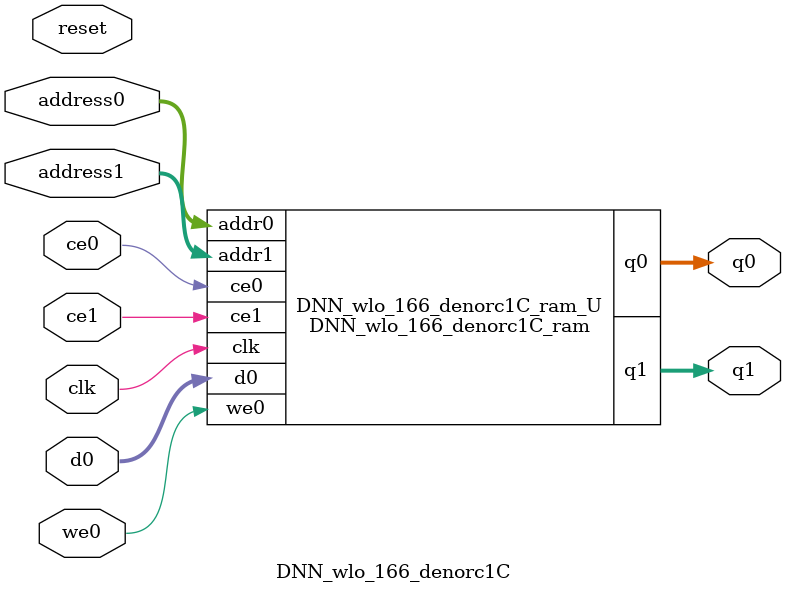
<source format=v>
`timescale 1 ns / 1 ps
module DNN_wlo_166_denorc1C_ram (addr0, ce0, d0, we0, q0, addr1, ce1, q1,  clk);

parameter DWIDTH = 16;
parameter AWIDTH = 7;
parameter MEM_SIZE = 104;

input[AWIDTH-1:0] addr0;
input ce0;
input[DWIDTH-1:0] d0;
input we0;
output reg[DWIDTH-1:0] q0;
input[AWIDTH-1:0] addr1;
input ce1;
output reg[DWIDTH-1:0] q1;
input clk;

(* ram_style = "block" *)reg [DWIDTH-1:0] ram[0:MEM_SIZE-1];




always @(posedge clk)  
begin 
    if (ce0) 
    begin
        if (we0) 
        begin 
            ram[addr0] <= d0; 
        end 
        q0 <= ram[addr0];
    end
end


always @(posedge clk)  
begin 
    if (ce1) 
    begin
        q1 <= ram[addr1];
    end
end


endmodule

`timescale 1 ns / 1 ps
module DNN_wlo_166_denorc1C(
    reset,
    clk,
    address0,
    ce0,
    we0,
    d0,
    q0,
    address1,
    ce1,
    q1);

parameter DataWidth = 32'd16;
parameter AddressRange = 32'd104;
parameter AddressWidth = 32'd7;
input reset;
input clk;
input[AddressWidth - 1:0] address0;
input ce0;
input we0;
input[DataWidth - 1:0] d0;
output[DataWidth - 1:0] q0;
input[AddressWidth - 1:0] address1;
input ce1;
output[DataWidth - 1:0] q1;



DNN_wlo_166_denorc1C_ram DNN_wlo_166_denorc1C_ram_U(
    .clk( clk ),
    .addr0( address0 ),
    .ce0( ce0 ),
    .we0( we0 ),
    .d0( d0 ),
    .q0( q0 ),
    .addr1( address1 ),
    .ce1( ce1 ),
    .q1( q1 ));

endmodule


</source>
